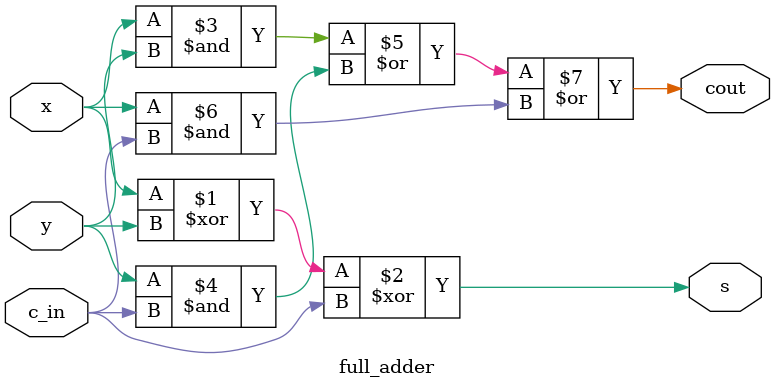
<source format=sv>
module ripple_adder
(
    input   logic[15:0]     A,
    input   logic[15:0]     B,
    output  logic[15:0]     Sum,
    output  logic           CO
);

    /* TODO
     *
     * Insert code here to implement a ripple adder.
     * Your code should be completly combinational (don't use always_ff or always_latch).
     * Feel free to create sub-modules or other files. */
	  
	  logic c0, c1, c2; //carry lines

     
	  four_bit_radder fbra0(.x(A[3:0]), .y(B[3:0]), .c_in(0), .s(Sum[3:0]), .cout(c0));	//same concept from the 4 bit ripple adder, send carry bit to input carry
	  four_bit_radder fbra1(.x(A[7:4]), .y(B[7:4]), .c_in(c0), .s(Sum[7:4]), .cout(c1)); //of the next 4 bit rippler adder
	  four_bit_radder fbra2(.x(A[11:8]), .y(B[11:8]), .c_in(c1), .s(Sum[11:8]), .cout(c2));
	  four_bit_radder fbra3(.x(A[15:12]), .y(B[15:12]), .c_in(c2), .s(Sum[15:12]), .cout(CO));
	    
	  
endmodule


//a 4 bit rippler adder using the full adder below
module four_bit_radder( input [3:0] x,
								input [3:0] y,
								input c_in,
								output logic [3:0] s,
								output logic cout);
								
	logic c0, c1, c2; //carry lines
	
	full_adder fa0(.x(x[0]), .y(y[0]), .c_in(c_in), .s(s[0]), .cout(c0)); //this cout goes to c_in of next full adder (fa1)
	full_adder fa1(.x(x[1]), .y(y[1]), .c_in(c0), .s(s[1]), .cout(c1));	//same idea for all fa's
	full_adder fa2(.x(x[2]), .y(y[2]), .c_in(c1), .s(s[2]), .cout(c2));
	full_adder fa3(.x(x[3]), .y(y[3]), .c_in(c2), .s(s[3]), .cout(cout));

endmodule


//a full adder using 1 bit
module full_adder(input x, 
						input y, 
						input c_in, 
						output logic s,
						output logic cout);
			
	assign s = x ^ y ^ c_in;
	assign cout = (x & y) | (y & c_in) | (x & c_in);
	
						
endmodule 
</source>
